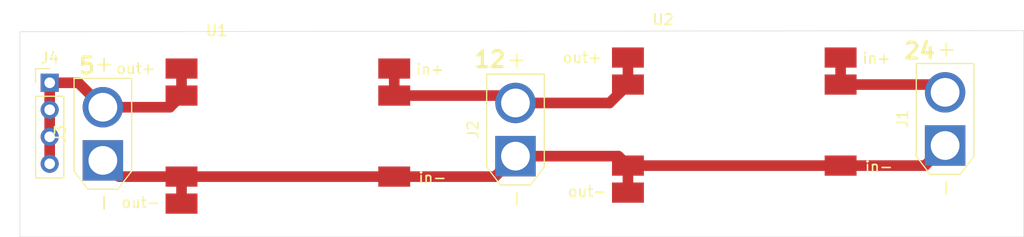
<source format=kicad_pcb>
(kicad_pcb (version 20171130) (host pcbnew 5.1.9)

  (general
    (thickness 1.6)
    (drawings 11)
    (tracks 31)
    (zones 0)
    (modules 6)
    (nets 5)
  )

  (page A4)
  (layers
    (0 F.Cu signal)
    (31 B.Cu signal)
    (32 B.Adhes user)
    (33 F.Adhes user)
    (34 B.Paste user)
    (35 F.Paste user)
    (36 B.SilkS user)
    (37 F.SilkS user)
    (38 B.Mask user)
    (39 F.Mask user)
    (40 Dwgs.User user)
    (41 Cmts.User user)
    (42 Eco1.User user)
    (43 Eco2.User user)
    (44 Edge.Cuts user)
    (45 Margin user)
    (46 B.CrtYd user)
    (47 F.CrtYd user)
    (48 B.Fab user)
    (49 F.Fab user)
  )

  (setup
    (last_trace_width 1)
    (user_trace_width 0.25)
    (user_trace_width 0.7)
    (user_trace_width 1)
    (trace_clearance 0.2)
    (zone_clearance 0.508)
    (zone_45_only no)
    (trace_min 0.2)
    (via_size 0.8)
    (via_drill 0.4)
    (via_min_size 0.4)
    (via_min_drill 0.3)
    (uvia_size 0.3)
    (uvia_drill 0.1)
    (uvias_allowed no)
    (uvia_min_size 0.2)
    (uvia_min_drill 0.1)
    (edge_width 0.05)
    (segment_width 0.2)
    (pcb_text_width 0.3)
    (pcb_text_size 1.5 1.5)
    (mod_edge_width 0.12)
    (mod_text_size 1 1)
    (mod_text_width 0.15)
    (pad_size 1.524 1.524)
    (pad_drill 0.762)
    (pad_to_mask_clearance 0)
    (aux_axis_origin 0 0)
    (visible_elements FFFFFF7F)
    (pcbplotparams
      (layerselection 0x010fc_ffffffff)
      (usegerberextensions false)
      (usegerberattributes true)
      (usegerberadvancedattributes true)
      (creategerberjobfile true)
      (excludeedgelayer true)
      (linewidth 0.100000)
      (plotframeref false)
      (viasonmask false)
      (mode 1)
      (useauxorigin false)
      (hpglpennumber 1)
      (hpglpenspeed 20)
      (hpglpendiameter 15.000000)
      (psnegative false)
      (psa4output false)
      (plotreference true)
      (plotvalue true)
      (plotinvisibletext false)
      (padsonsilk false)
      (subtractmaskfromsilk false)
      (outputformat 1)
      (mirror false)
      (drillshape 0)
      (scaleselection 1)
      (outputdirectory "plot/"))
  )

  (net 0 "")
  (net 1 GND)
  (net 2 +24V)
  (net 3 +12V)
  (net 4 +5V)

  (net_class Default "This is the default net class."
    (clearance 0.2)
    (trace_width 0.25)
    (via_dia 0.8)
    (via_drill 0.4)
    (uvia_dia 0.3)
    (uvia_drill 0.1)
    (add_net +12V)
    (add_net +24V)
    (add_net +5V)
    (add_net GND)
  )

  (module Connector_PinHeader_2.54mm:PinHeader_1x04_P2.54mm_Vertical (layer F.Cu) (tedit 59FED5CC) (tstamp 6007B378)
    (at 120.4 131.3)
    (descr "Through hole straight pin header, 1x04, 2.54mm pitch, single row")
    (tags "Through hole pin header THT 1x04 2.54mm single row")
    (path /6007BD3E)
    (fp_text reference J4 (at 0 -2.33) (layer F.SilkS)
      (effects (font (size 1 1) (thickness 0.15)))
    )
    (fp_text value Conn_01x04 (at 0 9.95) (layer F.Fab)
      (effects (font (size 1 1) (thickness 0.15)))
    )
    (fp_text user %R (at 0 3.81 90) (layer F.Fab)
      (effects (font (size 1 1) (thickness 0.15)))
    )
    (fp_line (start -0.635 -1.27) (end 1.27 -1.27) (layer F.Fab) (width 0.1))
    (fp_line (start 1.27 -1.27) (end 1.27 8.89) (layer F.Fab) (width 0.1))
    (fp_line (start 1.27 8.89) (end -1.27 8.89) (layer F.Fab) (width 0.1))
    (fp_line (start -1.27 8.89) (end -1.27 -0.635) (layer F.Fab) (width 0.1))
    (fp_line (start -1.27 -0.635) (end -0.635 -1.27) (layer F.Fab) (width 0.1))
    (fp_line (start -1.33 8.95) (end 1.33 8.95) (layer F.SilkS) (width 0.12))
    (fp_line (start -1.33 1.27) (end -1.33 8.95) (layer F.SilkS) (width 0.12))
    (fp_line (start 1.33 1.27) (end 1.33 8.95) (layer F.SilkS) (width 0.12))
    (fp_line (start -1.33 1.27) (end 1.33 1.27) (layer F.SilkS) (width 0.12))
    (fp_line (start -1.33 0) (end -1.33 -1.33) (layer F.SilkS) (width 0.12))
    (fp_line (start -1.33 -1.33) (end 0 -1.33) (layer F.SilkS) (width 0.12))
    (fp_line (start -1.8 -1.8) (end -1.8 9.4) (layer F.CrtYd) (width 0.05))
    (fp_line (start -1.8 9.4) (end 1.8 9.4) (layer F.CrtYd) (width 0.05))
    (fp_line (start 1.8 9.4) (end 1.8 -1.8) (layer F.CrtYd) (width 0.05))
    (fp_line (start 1.8 -1.8) (end -1.8 -1.8) (layer F.CrtYd) (width 0.05))
    (pad 4 thru_hole oval (at 0 7.62) (size 1.7 1.7) (drill 1) (layers *.Cu *.Mask)
      (net 4 +5V))
    (pad 3 thru_hole oval (at 0 5.08) (size 1.7 1.7) (drill 1) (layers *.Cu *.Mask)
      (net 4 +5V))
    (pad 2 thru_hole oval (at 0 2.54) (size 1.7 1.7) (drill 1) (layers *.Cu *.Mask)
      (net 4 +5V))
    (pad 1 thru_hole rect (at 0 0) (size 1.7 1.7) (drill 1) (layers *.Cu *.Mask)
      (net 4 +5V))
    (model ${KISYS3DMOD}/Connector_PinHeader_2.54mm.3dshapes/PinHeader_1x04_P2.54mm_Vertical.wrl
      (at (xyz 0 0 0))
      (scale (xyz 1 1 1))
      (rotate (xyz 0 0 0))
    )
  )

  (module Connector_AMASS:AMASS_XT30U-M_1x02_P5.0mm_Vertical (layer F.Cu) (tedit 5C8E9CCA) (tstamp 6007FBDA)
    (at 204.6 137.2 90)
    (descr "Connector XT30 Vertical Cable Male, https://www.tme.eu/en/Document/3cbfa5cfa544d79584972dd5234a409e/XT30U%20SPEC.pdf")
    (tags "RC Connector XT30")
    (path /6008FE53)
    (fp_text reference J1 (at 2.5 -4 90) (layer F.SilkS)
      (effects (font (size 1 1) (thickness 0.15)))
    )
    (fp_text value Conn_01x02_Female (at 2.5 4 90) (layer F.Fab)
      (effects (font (size 1 1) (thickness 0.15)))
    )
    (fp_line (start -3.1 1.8) (end -1.4 3.1) (layer F.CrtYd) (width 0.05))
    (fp_line (start -3.1 -1.8) (end -1.4 -3.1) (layer F.CrtYd) (width 0.05))
    (fp_line (start -1.4 3.1) (end 8.1 3.1) (layer F.CrtYd) (width 0.05))
    (fp_line (start -3.1 -1.8) (end -3.1 1.8) (layer F.CrtYd) (width 0.05))
    (fp_line (start 8.1 -3.1) (end 8.1 3.1) (layer F.CrtYd) (width 0.05))
    (fp_line (start -1.4 -3.1) (end 8.1 -3.1) (layer F.CrtYd) (width 0.05))
    (fp_line (start -2.71 -1.41) (end -2.71 1.41) (layer F.SilkS) (width 0.12))
    (fp_line (start -2.71 1.41) (end -1.01 2.71) (layer F.SilkS) (width 0.12))
    (fp_line (start -2.71 -1.41) (end -1.01 -2.71) (layer F.SilkS) (width 0.12))
    (fp_line (start -1.01 2.71) (end 7.71 2.71) (layer F.SilkS) (width 0.12))
    (fp_line (start 7.71 -2.71) (end 7.71 2.71) (layer F.SilkS) (width 0.12))
    (fp_line (start -1.01 -2.71) (end 7.71 -2.71) (layer F.SilkS) (width 0.12))
    (fp_line (start -2.6 1.3) (end -0.9 2.6) (layer F.Fab) (width 0.1))
    (fp_line (start -2.6 -1.3) (end -0.9 -2.6) (layer F.Fab) (width 0.1))
    (fp_line (start -0.9 2.6) (end 7.6 2.6) (layer F.Fab) (width 0.1))
    (fp_line (start -0.9 -2.6) (end 7.6 -2.6) (layer F.Fab) (width 0.1))
    (fp_line (start 7.6 -2.6) (end 7.6 2.6) (layer F.Fab) (width 0.1))
    (fp_line (start -2.6 -1.3) (end -2.6 1.3) (layer F.Fab) (width 0.1))
    (fp_text user - (at -4 0 90) (layer F.SilkS)
      (effects (font (size 1.5 1.5) (thickness 0.15)))
    )
    (fp_text user + (at 9 0 90) (layer F.SilkS)
      (effects (font (size 1.5 1.5) (thickness 0.15)))
    )
    (fp_text user %R (at 2.5 0 90) (layer F.Fab)
      (effects (font (size 1 1) (thickness 0.15)))
    )
    (pad 2 thru_hole circle (at 5 0 90) (size 3.8 3.8) (drill 2.7) (layers *.Cu *.Mask)
      (net 2 +24V))
    (pad 1 thru_hole rect (at 0 0 90) (size 3.8 3.8) (drill 2.7) (layers *.Cu *.Mask)
      (net 1 GND))
    (model ${KISYS3DMOD}/Connector_AMASS.3dshapes/AMASS_XT30U-M_1x02_P5.0mm_Vertical.wrl
      (at (xyz 0 0 0))
      (scale (xyz 1 1 1))
      (rotate (xyz 0 0 0))
    )
  )

  (module Connector_AMASS:AMASS_XT30U-M_1x02_P5.0mm_Vertical (layer F.Cu) (tedit 5C8E9CCA) (tstamp 60080122)
    (at 125.4 138.6 90)
    (descr "Connector XT30 Vertical Cable Male, https://www.tme.eu/en/Document/3cbfa5cfa544d79584972dd5234a409e/XT30U%20SPEC.pdf")
    (tags "RC Connector XT30")
    (path /600A6EF7)
    (fp_text reference J3 (at 2.5 -4 90) (layer F.SilkS)
      (effects (font (size 1 1) (thickness 0.15)))
    )
    (fp_text value Conn_01x02_Female (at 2.5 4 90) (layer F.Fab)
      (effects (font (size 1 1) (thickness 0.15)))
    )
    (fp_line (start -3.1 1.8) (end -1.4 3.1) (layer F.CrtYd) (width 0.05))
    (fp_line (start -3.1 -1.8) (end -1.4 -3.1) (layer F.CrtYd) (width 0.05))
    (fp_line (start -1.4 3.1) (end 8.1 3.1) (layer F.CrtYd) (width 0.05))
    (fp_line (start -3.1 -1.8) (end -3.1 1.8) (layer F.CrtYd) (width 0.05))
    (fp_line (start 8.1 -3.1) (end 8.1 3.1) (layer F.CrtYd) (width 0.05))
    (fp_line (start -1.4 -3.1) (end 8.1 -3.1) (layer F.CrtYd) (width 0.05))
    (fp_line (start -2.71 -1.41) (end -2.71 1.41) (layer F.SilkS) (width 0.12))
    (fp_line (start -2.71 1.41) (end -1.01 2.71) (layer F.SilkS) (width 0.12))
    (fp_line (start -2.71 -1.41) (end -1.01 -2.71) (layer F.SilkS) (width 0.12))
    (fp_line (start -1.01 2.71) (end 7.71 2.71) (layer F.SilkS) (width 0.12))
    (fp_line (start 7.71 -2.71) (end 7.71 2.71) (layer F.SilkS) (width 0.12))
    (fp_line (start -1.01 -2.71) (end 7.71 -2.71) (layer F.SilkS) (width 0.12))
    (fp_line (start -2.6 1.3) (end -0.9 2.6) (layer F.Fab) (width 0.1))
    (fp_line (start -2.6 -1.3) (end -0.9 -2.6) (layer F.Fab) (width 0.1))
    (fp_line (start -0.9 2.6) (end 7.6 2.6) (layer F.Fab) (width 0.1))
    (fp_line (start -0.9 -2.6) (end 7.6 -2.6) (layer F.Fab) (width 0.1))
    (fp_line (start 7.6 -2.6) (end 7.6 2.6) (layer F.Fab) (width 0.1))
    (fp_line (start -2.6 -1.3) (end -2.6 1.3) (layer F.Fab) (width 0.1))
    (fp_text user - (at -4 0 90) (layer F.SilkS)
      (effects (font (size 1.5 1.5) (thickness 0.15)))
    )
    (fp_text user + (at 9 0 90) (layer F.SilkS)
      (effects (font (size 1.5 1.5) (thickness 0.15)))
    )
    (fp_text user %R (at 2.5 0 90) (layer F.Fab)
      (effects (font (size 1 1) (thickness 0.15)))
    )
    (pad 2 thru_hole circle (at 5 0 90) (size 3.8 3.8) (drill 2.7) (layers *.Cu *.Mask)
      (net 4 +5V))
    (pad 1 thru_hole rect (at 0 0 90) (size 3.8 3.8) (drill 2.7) (layers *.Cu *.Mask)
      (net 1 GND))
    (model ${KISYS3DMOD}/Connector_AMASS.3dshapes/AMASS_XT30U-M_1x02_P5.0mm_Vertical.wrl
      (at (xyz 0 0 0))
      (scale (xyz 1 1 1))
      (rotate (xyz 0 0 0))
    )
  )

  (module Connector_AMASS:AMASS_XT30U-M_1x02_P5.0mm_Vertical (layer F.Cu) (tedit 5C8E9CCA) (tstamp 60080107)
    (at 164.2 138.2 90)
    (descr "Connector XT30 Vertical Cable Male, https://www.tme.eu/en/Document/3cbfa5cfa544d79584972dd5234a409e/XT30U%20SPEC.pdf")
    (tags "RC Connector XT30")
    (path /600A6AD4)
    (fp_text reference J2 (at 2.5 -4 90) (layer F.SilkS)
      (effects (font (size 1 1) (thickness 0.15)))
    )
    (fp_text value Conn_01x02_Female (at 2.5 4 90) (layer F.Fab)
      (effects (font (size 1 1) (thickness 0.15)))
    )
    (fp_line (start -3.1 1.8) (end -1.4 3.1) (layer F.CrtYd) (width 0.05))
    (fp_line (start -3.1 -1.8) (end -1.4 -3.1) (layer F.CrtYd) (width 0.05))
    (fp_line (start -1.4 3.1) (end 8.1 3.1) (layer F.CrtYd) (width 0.05))
    (fp_line (start -3.1 -1.8) (end -3.1 1.8) (layer F.CrtYd) (width 0.05))
    (fp_line (start 8.1 -3.1) (end 8.1 3.1) (layer F.CrtYd) (width 0.05))
    (fp_line (start -1.4 -3.1) (end 8.1 -3.1) (layer F.CrtYd) (width 0.05))
    (fp_line (start -2.71 -1.41) (end -2.71 1.41) (layer F.SilkS) (width 0.12))
    (fp_line (start -2.71 1.41) (end -1.01 2.71) (layer F.SilkS) (width 0.12))
    (fp_line (start -2.71 -1.41) (end -1.01 -2.71) (layer F.SilkS) (width 0.12))
    (fp_line (start -1.01 2.71) (end 7.71 2.71) (layer F.SilkS) (width 0.12))
    (fp_line (start 7.71 -2.71) (end 7.71 2.71) (layer F.SilkS) (width 0.12))
    (fp_line (start -1.01 -2.71) (end 7.71 -2.71) (layer F.SilkS) (width 0.12))
    (fp_line (start -2.6 1.3) (end -0.9 2.6) (layer F.Fab) (width 0.1))
    (fp_line (start -2.6 -1.3) (end -0.9 -2.6) (layer F.Fab) (width 0.1))
    (fp_line (start -0.9 2.6) (end 7.6 2.6) (layer F.Fab) (width 0.1))
    (fp_line (start -0.9 -2.6) (end 7.6 -2.6) (layer F.Fab) (width 0.1))
    (fp_line (start 7.6 -2.6) (end 7.6 2.6) (layer F.Fab) (width 0.1))
    (fp_line (start -2.6 -1.3) (end -2.6 1.3) (layer F.Fab) (width 0.1))
    (fp_text user - (at -4 0 90) (layer F.SilkS)
      (effects (font (size 1.5 1.5) (thickness 0.15)))
    )
    (fp_text user + (at 9 0 90) (layer F.SilkS)
      (effects (font (size 1.5 1.5) (thickness 0.15)))
    )
    (fp_text user %R (at 2.5 0 90) (layer F.Fab)
      (effects (font (size 1 1) (thickness 0.15)))
    )
    (pad 2 thru_hole circle (at 5 0 90) (size 3.8 3.8) (drill 2.7) (layers *.Cu *.Mask)
      (net 3 +12V))
    (pad 1 thru_hole rect (at 0 0 90) (size 3.8 3.8) (drill 2.7) (layers *.Cu *.Mask)
      (net 1 GND))
    (model ${KISYS3DMOD}/Connector_AMASS.3dshapes/AMASS_XT30U-M_1x02_P5.0mm_Vertical.wrl
      (at (xyz 0 0 0))
      (scale (xyz 1 1 1))
      (rotate (xyz 0 0 0))
    )
  )

  (module KisonCommon:xnPowerModule (layer F.Cu) (tedit 6007998A) (tstamp 6007FC2E)
    (at 178.076999 124.864999)
    (path /6007A730)
    (fp_text reference U2 (at 0 0.5) (layer F.SilkS)
      (effects (font (size 1 1) (thickness 0.15)))
    )
    (fp_text value xnPowerModule (at 0 -0.5) (layer F.Fab)
      (effects (font (size 1 1) (thickness 0.15)))
    )
    (fp_text user in- (at 20.2946 14.3256) (layer F.SilkS)
      (effects (font (size 1 1) (thickness 0.15)))
    )
    (fp_text user in+ (at 20.066 4.1402) (layer F.SilkS)
      (effects (font (size 1 1) (thickness 0.15)))
    )
    (fp_text user out- (at -7.1374 16.6624) (layer F.SilkS)
      (effects (font (size 1 1) (thickness 0.15)))
    )
    (fp_text user out+ (at -7.62 4.064) (layer F.SilkS)
      (effects (font (size 1 1) (thickness 0.15)))
    )
    (pad 4 smd trapezoid (at 16.698 14.224) (size 3 1.9) (layers F.Cu F.Paste F.Mask)
      (net 1 GND))
    (pad 3 smd trapezoid (at 16.698 6.604) (size 3 1.9) (layers F.Cu F.Paste F.Mask)
      (net 2 +24V))
    (pad 3 smd trapezoid (at 16.698 4.064) (size 3 1.9) (layers F.Cu F.Paste F.Mask)
      (net 2 +24V))
    (pad 2 smd trapezoid (at -3.302 16.764) (size 3 1.9) (layers F.Cu F.Paste F.Mask)
      (net 1 GND))
    (pad 2 smd trapezoid (at -3.302 14.224) (size 3 1.9) (layers F.Cu F.Paste F.Mask)
      (net 1 GND))
    (pad 1 smd trapezoid (at -3.302 4.064) (size 3 1.9) (layers F.Cu F.Paste F.Mask)
      (net 3 +12V))
    (pad 1 smd trapezoid (at -3.302 6.604) (size 3 1.9) (layers F.Cu F.Paste F.Mask)
      (net 3 +12V))
  )

  (module KisonCommon:xnPowerModule (layer F.Cu) (tedit 6007998A) (tstamp 6007FC1F)
    (at 136.1 125.9)
    (path /60079FB9)
    (fp_text reference U1 (at 0 0.5) (layer F.SilkS)
      (effects (font (size 1 1) (thickness 0.15)))
    )
    (fp_text value xnPowerModule (at 0 -0.5) (layer F.Fab)
      (effects (font (size 1 1) (thickness 0.15)))
    )
    (fp_text user in- (at 20.2946 14.3256) (layer F.SilkS)
      (effects (font (size 1 1) (thickness 0.15)))
    )
    (fp_text user in+ (at 20.066 4.1402) (layer F.SilkS)
      (effects (font (size 1 1) (thickness 0.15)))
    )
    (fp_text user out- (at -7.1374 16.6624) (layer F.SilkS)
      (effects (font (size 1 1) (thickness 0.15)))
    )
    (fp_text user out+ (at -7.62 4.064) (layer F.SilkS)
      (effects (font (size 1 1) (thickness 0.15)))
    )
    (pad 4 smd trapezoid (at 16.698 14.224) (size 3 1.9) (layers F.Cu F.Paste F.Mask)
      (net 1 GND))
    (pad 3 smd trapezoid (at 16.698 6.604) (size 3 1.9) (layers F.Cu F.Paste F.Mask)
      (net 3 +12V))
    (pad 3 smd trapezoid (at 16.698 4.064) (size 3 1.9) (layers F.Cu F.Paste F.Mask)
      (net 3 +12V))
    (pad 2 smd trapezoid (at -3.302 16.764) (size 3 1.9) (layers F.Cu F.Paste F.Mask)
      (net 1 GND))
    (pad 2 smd trapezoid (at -3.302 14.224) (size 3 1.9) (layers F.Cu F.Paste F.Mask)
      (net 1 GND))
    (pad 1 smd trapezoid (at -3.302 4.064) (size 3 1.9) (layers F.Cu F.Paste F.Mask)
      (net 4 +5V))
    (pad 1 smd trapezoid (at -3.302 6.604) (size 3 1.9) (layers F.Cu F.Paste F.Mask)
      (net 4 +5V))
  )

  (gr_line (start 117.6 126.5) (end 212 126.4) (layer Edge.Cuts) (width 0.05) (tstamp 6008036C))
  (gr_line (start 212 145.8) (end 212 126.4) (layer Edge.Cuts) (width 0.05))
  (gr_line (start 117.6 145.8) (end 212 145.8) (layer Edge.Cuts) (width 0.05))
  (gr_line (start 117.6 126.5) (end 117.6 145.8) (layer Edge.Cuts) (width 0.05))
  (gr_line (start 211 145.3) (end 211 127.1) (layer Margin) (width 0.15) (tstamp 6007FF32))
  (gr_line (start 118.1 145.3) (end 211 145.3) (layer Margin) (width 0.15))
  (gr_line (start 118.1 127.1) (end 118.1 145.3) (layer Margin) (width 0.15))
  (gr_line (start 118.1 127.1) (end 211 127.1) (layer Margin) (width 0.15))
  (gr_text 5 (at 123.9 129.7) (layer F.SilkS)
    (effects (font (size 1.5 1.5) (thickness 0.3)))
  )
  (gr_text 12 (at 161.8 129.1) (layer F.SilkS)
    (effects (font (size 1.5 1.5) (thickness 0.3)))
  )
  (gr_text 24 (at 202.2 128.3) (layer F.SilkS)
    (effects (font (size 1.5 1.5) (thickness 0.3)))
  )

  (segment (start 132.798 140.124) (end 132.798 142.664) (width 1) (layer F.Cu) (net 1))
  (segment (start 132.798 140.124) (end 152.798 140.124) (width 1) (layer F.Cu) (net 1))
  (segment (start 174.774999 139.088999) (end 174.774999 141.628999) (width 1) (layer F.Cu) (net 1))
  (segment (start 174.774999 139.088999) (end 194.774999 139.088999) (width 1) (layer F.Cu) (net 1))
  (segment (start 202.711001 139.088999) (end 204.6 137.2) (width 1) (layer F.Cu) (net 1))
  (segment (start 194.774999 139.088999) (end 202.711001 139.088999) (width 1) (layer F.Cu) (net 1))
  (segment (start 162.276 140.124) (end 164.2 138.2) (width 1) (layer F.Cu) (net 1))
  (segment (start 152.798 140.124) (end 162.276 140.124) (width 1) (layer F.Cu) (net 1))
  (segment (start 173.886 138.2) (end 174.774999 139.088999) (width 1) (layer F.Cu) (net 1))
  (segment (start 164.2 138.2) (end 173.886 138.2) (width 1) (layer F.Cu) (net 1))
  (segment (start 126.924 140.124) (end 125.4 138.6) (width 1) (layer F.Cu) (net 1))
  (segment (start 132.798 140.124) (end 126.924 140.124) (width 1) (layer F.Cu) (net 1))
  (segment (start 194.774999 128.928999) (end 194.774999 131.468999) (width 1) (layer F.Cu) (net 2))
  (segment (start 203.868999 131.468999) (end 204.6 132.2) (width 1) (layer F.Cu) (net 2))
  (segment (start 194.774999 131.468999) (end 203.868999 131.468999) (width 1) (layer F.Cu) (net 2))
  (segment (start 152.902 132.4) (end 152.798 132.504) (width 1) (layer F.Cu) (net 3))
  (segment (start 152.798 132.504) (end 152.798 129.964) (width 1) (layer F.Cu) (net 3))
  (segment (start 173.843998 132.4) (end 174.774999 131.468999) (width 1) (layer F.Cu) (net 3))
  (segment (start 174.774999 131.468999) (end 174.774999 128.928999) (width 1) (layer F.Cu) (net 3))
  (segment (start 163.504 132.504) (end 164.2 133.2) (width 1) (layer F.Cu) (net 3))
  (segment (start 152.798 132.504) (end 163.504 132.504) (width 1) (layer F.Cu) (net 3))
  (segment (start 173.043998 133.2) (end 174.774999 131.468999) (width 1) (layer F.Cu) (net 3))
  (segment (start 164.2 133.2) (end 173.043998 133.2) (width 1) (layer F.Cu) (net 3))
  (segment (start 132.798 132.504) (end 132.798 129.964) (width 1) (layer F.Cu) (net 4))
  (segment (start 131.702 133.6) (end 132.798 132.504) (width 1) (layer F.Cu) (net 4))
  (segment (start 125.4 133.6) (end 131.702 133.6) (width 1) (layer F.Cu) (net 4))
  (segment (start 120.4 138.92) (end 120.4 136.38) (width 1) (layer F.Cu) (net 4))
  (segment (start 120.4 136.38) (end 120.4 133.84) (width 1) (layer F.Cu) (net 4))
  (segment (start 120.4 133.84) (end 120.4 131.3) (width 1) (layer F.Cu) (net 4))
  (segment (start 123.1 131.3) (end 125.4 133.6) (width 1) (layer F.Cu) (net 4))
  (segment (start 120.4 131.3) (end 123.1 131.3) (width 1) (layer F.Cu) (net 4))

)

</source>
